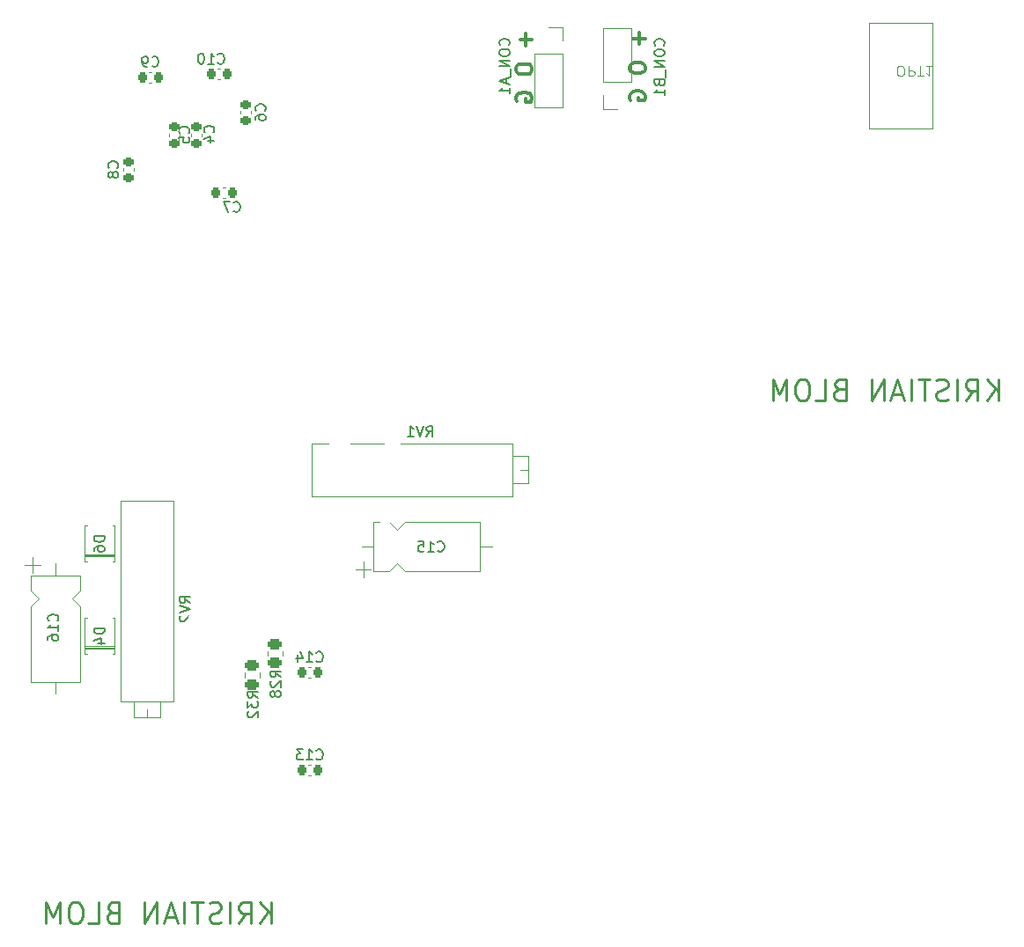
<source format=gbo>
G04 #@! TF.GenerationSoftware,KiCad,Pcbnew,7.0.8-7.0.8~ubuntu22.04.1*
G04 #@! TF.CreationDate,2023-11-03T15:42:22+01:00*
G04 #@! TF.ProjectId,hand,68616e64-2e6b-4696-9361-645f70636258,rev?*
G04 #@! TF.SameCoordinates,Original*
G04 #@! TF.FileFunction,Legend,Bot*
G04 #@! TF.FilePolarity,Positive*
%FSLAX46Y46*%
G04 Gerber Fmt 4.6, Leading zero omitted, Abs format (unit mm)*
G04 Created by KiCad (PCBNEW 7.0.8-7.0.8~ubuntu22.04.1) date 2023-11-03 15:42:22*
%MOMM*%
%LPD*%
G01*
G04 APERTURE LIST*
G04 Aperture macros list*
%AMRoundRect*
0 Rectangle with rounded corners*
0 $1 Rounding radius*
0 $2 $3 $4 $5 $6 $7 $8 $9 X,Y pos of 4 corners*
0 Add a 4 corners polygon primitive as box body*
4,1,4,$2,$3,$4,$5,$6,$7,$8,$9,$2,$3,0*
0 Add four circle primitives for the rounded corners*
1,1,$1+$1,$2,$3*
1,1,$1+$1,$4,$5*
1,1,$1+$1,$6,$7*
1,1,$1+$1,$8,$9*
0 Add four rect primitives between the rounded corners*
20,1,$1+$1,$2,$3,$4,$5,0*
20,1,$1+$1,$4,$5,$6,$7,0*
20,1,$1+$1,$6,$7,$8,$9,0*
20,1,$1+$1,$8,$9,$2,$3,0*%
G04 Aperture macros list end*
%ADD10C,0.250000*%
%ADD11C,0.300000*%
%ADD12C,0.150000*%
%ADD13C,0.100000*%
%ADD14C,0.120000*%
%ADD15R,2.000000X2.000000*%
%ADD16O,2.000000X2.000000*%
%ADD17O,3.500000X3.500000*%
%ADD18R,2.000000X1.905000*%
%ADD19O,2.000000X1.905000*%
%ADD20R,1.700000X1.700000*%
%ADD21O,1.700000X1.700000*%
%ADD22C,2.700000*%
%ADD23C,0.965200*%
%ADD24R,1.000000X1.000000*%
%ADD25O,1.000000X1.000000*%
%ADD26C,2.200000*%
%ADD27RoundRect,0.225000X-0.250000X0.225000X-0.250000X-0.225000X0.250000X-0.225000X0.250000X0.225000X0*%
%ADD28C,1.800000*%
%ADD29C,1.524000*%
%ADD30RoundRect,0.225000X-0.225000X-0.250000X0.225000X-0.250000X0.225000X0.250000X-0.225000X0.250000X0*%
%ADD31RoundRect,0.225000X0.225000X0.250000X-0.225000X0.250000X-0.225000X-0.250000X0.225000X-0.250000X0*%
%ADD32RoundRect,0.250000X0.450000X-0.262500X0.450000X0.262500X-0.450000X0.262500X-0.450000X-0.262500X0*%
%ADD33RoundRect,0.225000X0.250000X-0.225000X0.250000X0.225000X-0.250000X0.225000X-0.250000X-0.225000X0*%
G04 APERTURE END LIST*
D10*
X240159336Y-58642238D02*
X240159336Y-56642238D01*
X239016479Y-58642238D02*
X239873622Y-57499380D01*
X239016479Y-56642238D02*
X240159336Y-57785095D01*
X237016479Y-58642238D02*
X237683146Y-57689857D01*
X238159336Y-58642238D02*
X238159336Y-56642238D01*
X238159336Y-56642238D02*
X237397431Y-56642238D01*
X237397431Y-56642238D02*
X237206955Y-56737476D01*
X237206955Y-56737476D02*
X237111717Y-56832714D01*
X237111717Y-56832714D02*
X237016479Y-57023190D01*
X237016479Y-57023190D02*
X237016479Y-57308904D01*
X237016479Y-57308904D02*
X237111717Y-57499380D01*
X237111717Y-57499380D02*
X237206955Y-57594619D01*
X237206955Y-57594619D02*
X237397431Y-57689857D01*
X237397431Y-57689857D02*
X238159336Y-57689857D01*
X236159336Y-58642238D02*
X236159336Y-56642238D01*
X235302193Y-58547000D02*
X235016479Y-58642238D01*
X235016479Y-58642238D02*
X234540288Y-58642238D01*
X234540288Y-58642238D02*
X234349812Y-58547000D01*
X234349812Y-58547000D02*
X234254574Y-58451761D01*
X234254574Y-58451761D02*
X234159336Y-58261285D01*
X234159336Y-58261285D02*
X234159336Y-58070809D01*
X234159336Y-58070809D02*
X234254574Y-57880333D01*
X234254574Y-57880333D02*
X234349812Y-57785095D01*
X234349812Y-57785095D02*
X234540288Y-57689857D01*
X234540288Y-57689857D02*
X234921241Y-57594619D01*
X234921241Y-57594619D02*
X235111717Y-57499380D01*
X235111717Y-57499380D02*
X235206955Y-57404142D01*
X235206955Y-57404142D02*
X235302193Y-57213666D01*
X235302193Y-57213666D02*
X235302193Y-57023190D01*
X235302193Y-57023190D02*
X235206955Y-56832714D01*
X235206955Y-56832714D02*
X235111717Y-56737476D01*
X235111717Y-56737476D02*
X234921241Y-56642238D01*
X234921241Y-56642238D02*
X234445050Y-56642238D01*
X234445050Y-56642238D02*
X234159336Y-56737476D01*
X233587907Y-56642238D02*
X232445050Y-56642238D01*
X233016479Y-58642238D02*
X233016479Y-56642238D01*
X231778383Y-58642238D02*
X231778383Y-56642238D01*
X230921240Y-58070809D02*
X229968859Y-58070809D01*
X231111716Y-58642238D02*
X230445050Y-56642238D01*
X230445050Y-56642238D02*
X229778383Y-58642238D01*
X229111716Y-58642238D02*
X229111716Y-56642238D01*
X229111716Y-56642238D02*
X227968859Y-58642238D01*
X227968859Y-58642238D02*
X227968859Y-56642238D01*
X224826001Y-57594619D02*
X224540287Y-57689857D01*
X224540287Y-57689857D02*
X224445049Y-57785095D01*
X224445049Y-57785095D02*
X224349811Y-57975571D01*
X224349811Y-57975571D02*
X224349811Y-58261285D01*
X224349811Y-58261285D02*
X224445049Y-58451761D01*
X224445049Y-58451761D02*
X224540287Y-58547000D01*
X224540287Y-58547000D02*
X224730763Y-58642238D01*
X224730763Y-58642238D02*
X225492668Y-58642238D01*
X225492668Y-58642238D02*
X225492668Y-56642238D01*
X225492668Y-56642238D02*
X224826001Y-56642238D01*
X224826001Y-56642238D02*
X224635525Y-56737476D01*
X224635525Y-56737476D02*
X224540287Y-56832714D01*
X224540287Y-56832714D02*
X224445049Y-57023190D01*
X224445049Y-57023190D02*
X224445049Y-57213666D01*
X224445049Y-57213666D02*
X224540287Y-57404142D01*
X224540287Y-57404142D02*
X224635525Y-57499380D01*
X224635525Y-57499380D02*
X224826001Y-57594619D01*
X224826001Y-57594619D02*
X225492668Y-57594619D01*
X222540287Y-58642238D02*
X223492668Y-58642238D01*
X223492668Y-58642238D02*
X223492668Y-56642238D01*
X221492668Y-56642238D02*
X221111715Y-56642238D01*
X221111715Y-56642238D02*
X220921239Y-56737476D01*
X220921239Y-56737476D02*
X220730763Y-56927952D01*
X220730763Y-56927952D02*
X220635525Y-57308904D01*
X220635525Y-57308904D02*
X220635525Y-57975571D01*
X220635525Y-57975571D02*
X220730763Y-58356523D01*
X220730763Y-58356523D02*
X220921239Y-58547000D01*
X220921239Y-58547000D02*
X221111715Y-58642238D01*
X221111715Y-58642238D02*
X221492668Y-58642238D01*
X221492668Y-58642238D02*
X221683144Y-58547000D01*
X221683144Y-58547000D02*
X221873620Y-58356523D01*
X221873620Y-58356523D02*
X221968858Y-57975571D01*
X221968858Y-57975571D02*
X221968858Y-57308904D01*
X221968858Y-57308904D02*
X221873620Y-56927952D01*
X221873620Y-56927952D02*
X221683144Y-56737476D01*
X221683144Y-56737476D02*
X221492668Y-56642238D01*
X219778382Y-58642238D02*
X219778382Y-56642238D01*
X219778382Y-56642238D02*
X219111715Y-58070809D01*
X219111715Y-58070809D02*
X218445049Y-56642238D01*
X218445049Y-56642238D02*
X218445049Y-58642238D01*
X170259336Y-108942238D02*
X170259336Y-106942238D01*
X169116479Y-108942238D02*
X169973622Y-107799380D01*
X169116479Y-106942238D02*
X170259336Y-108085095D01*
X167116479Y-108942238D02*
X167783146Y-107989857D01*
X168259336Y-108942238D02*
X168259336Y-106942238D01*
X168259336Y-106942238D02*
X167497431Y-106942238D01*
X167497431Y-106942238D02*
X167306955Y-107037476D01*
X167306955Y-107037476D02*
X167211717Y-107132714D01*
X167211717Y-107132714D02*
X167116479Y-107323190D01*
X167116479Y-107323190D02*
X167116479Y-107608904D01*
X167116479Y-107608904D02*
X167211717Y-107799380D01*
X167211717Y-107799380D02*
X167306955Y-107894619D01*
X167306955Y-107894619D02*
X167497431Y-107989857D01*
X167497431Y-107989857D02*
X168259336Y-107989857D01*
X166259336Y-108942238D02*
X166259336Y-106942238D01*
X165402193Y-108847000D02*
X165116479Y-108942238D01*
X165116479Y-108942238D02*
X164640288Y-108942238D01*
X164640288Y-108942238D02*
X164449812Y-108847000D01*
X164449812Y-108847000D02*
X164354574Y-108751761D01*
X164354574Y-108751761D02*
X164259336Y-108561285D01*
X164259336Y-108561285D02*
X164259336Y-108370809D01*
X164259336Y-108370809D02*
X164354574Y-108180333D01*
X164354574Y-108180333D02*
X164449812Y-108085095D01*
X164449812Y-108085095D02*
X164640288Y-107989857D01*
X164640288Y-107989857D02*
X165021241Y-107894619D01*
X165021241Y-107894619D02*
X165211717Y-107799380D01*
X165211717Y-107799380D02*
X165306955Y-107704142D01*
X165306955Y-107704142D02*
X165402193Y-107513666D01*
X165402193Y-107513666D02*
X165402193Y-107323190D01*
X165402193Y-107323190D02*
X165306955Y-107132714D01*
X165306955Y-107132714D02*
X165211717Y-107037476D01*
X165211717Y-107037476D02*
X165021241Y-106942238D01*
X165021241Y-106942238D02*
X164545050Y-106942238D01*
X164545050Y-106942238D02*
X164259336Y-107037476D01*
X163687907Y-106942238D02*
X162545050Y-106942238D01*
X163116479Y-108942238D02*
X163116479Y-106942238D01*
X161878383Y-108942238D02*
X161878383Y-106942238D01*
X161021240Y-108370809D02*
X160068859Y-108370809D01*
X161211716Y-108942238D02*
X160545050Y-106942238D01*
X160545050Y-106942238D02*
X159878383Y-108942238D01*
X159211716Y-108942238D02*
X159211716Y-106942238D01*
X159211716Y-106942238D02*
X158068859Y-108942238D01*
X158068859Y-108942238D02*
X158068859Y-106942238D01*
X154926001Y-107894619D02*
X154640287Y-107989857D01*
X154640287Y-107989857D02*
X154545049Y-108085095D01*
X154545049Y-108085095D02*
X154449811Y-108275571D01*
X154449811Y-108275571D02*
X154449811Y-108561285D01*
X154449811Y-108561285D02*
X154545049Y-108751761D01*
X154545049Y-108751761D02*
X154640287Y-108847000D01*
X154640287Y-108847000D02*
X154830763Y-108942238D01*
X154830763Y-108942238D02*
X155592668Y-108942238D01*
X155592668Y-108942238D02*
X155592668Y-106942238D01*
X155592668Y-106942238D02*
X154926001Y-106942238D01*
X154926001Y-106942238D02*
X154735525Y-107037476D01*
X154735525Y-107037476D02*
X154640287Y-107132714D01*
X154640287Y-107132714D02*
X154545049Y-107323190D01*
X154545049Y-107323190D02*
X154545049Y-107513666D01*
X154545049Y-107513666D02*
X154640287Y-107704142D01*
X154640287Y-107704142D02*
X154735525Y-107799380D01*
X154735525Y-107799380D02*
X154926001Y-107894619D01*
X154926001Y-107894619D02*
X155592668Y-107894619D01*
X152640287Y-108942238D02*
X153592668Y-108942238D01*
X153592668Y-108942238D02*
X153592668Y-106942238D01*
X151592668Y-106942238D02*
X151211715Y-106942238D01*
X151211715Y-106942238D02*
X151021239Y-107037476D01*
X151021239Y-107037476D02*
X150830763Y-107227952D01*
X150830763Y-107227952D02*
X150735525Y-107608904D01*
X150735525Y-107608904D02*
X150735525Y-108275571D01*
X150735525Y-108275571D02*
X150830763Y-108656523D01*
X150830763Y-108656523D02*
X151021239Y-108847000D01*
X151021239Y-108847000D02*
X151211715Y-108942238D01*
X151211715Y-108942238D02*
X151592668Y-108942238D01*
X151592668Y-108942238D02*
X151783144Y-108847000D01*
X151783144Y-108847000D02*
X151973620Y-108656523D01*
X151973620Y-108656523D02*
X152068858Y-108275571D01*
X152068858Y-108275571D02*
X152068858Y-107608904D01*
X152068858Y-107608904D02*
X151973620Y-107227952D01*
X151973620Y-107227952D02*
X151783144Y-107037476D01*
X151783144Y-107037476D02*
X151592668Y-106942238D01*
X149878382Y-108942238D02*
X149878382Y-106942238D01*
X149878382Y-106942238D02*
X149211715Y-108370809D01*
X149211715Y-108370809D02*
X148545049Y-106942238D01*
X148545049Y-106942238D02*
X148545049Y-108942238D01*
D11*
X205629400Y-23254510D02*
X205629400Y-24397368D01*
X206200828Y-23825939D02*
X205057971Y-23825939D01*
X204700828Y-26540225D02*
X204700828Y-26825939D01*
X204700828Y-26825939D02*
X204772257Y-26968796D01*
X204772257Y-26968796D02*
X204915114Y-27111653D01*
X204915114Y-27111653D02*
X205200828Y-27183082D01*
X205200828Y-27183082D02*
X205700828Y-27183082D01*
X205700828Y-27183082D02*
X205986542Y-27111653D01*
X205986542Y-27111653D02*
X206129400Y-26968796D01*
X206129400Y-26968796D02*
X206200828Y-26825939D01*
X206200828Y-26825939D02*
X206200828Y-26540225D01*
X206200828Y-26540225D02*
X206129400Y-26397368D01*
X206129400Y-26397368D02*
X205986542Y-26254510D01*
X205986542Y-26254510D02*
X205700828Y-26183082D01*
X205700828Y-26183082D02*
X205200828Y-26183082D01*
X205200828Y-26183082D02*
X204915114Y-26254510D01*
X204915114Y-26254510D02*
X204772257Y-26397368D01*
X204772257Y-26397368D02*
X204700828Y-26540225D01*
X204772257Y-29754511D02*
X204700828Y-29611654D01*
X204700828Y-29611654D02*
X204700828Y-29397368D01*
X204700828Y-29397368D02*
X204772257Y-29183082D01*
X204772257Y-29183082D02*
X204915114Y-29040225D01*
X204915114Y-29040225D02*
X205057971Y-28968796D01*
X205057971Y-28968796D02*
X205343685Y-28897368D01*
X205343685Y-28897368D02*
X205557971Y-28897368D01*
X205557971Y-28897368D02*
X205843685Y-28968796D01*
X205843685Y-28968796D02*
X205986542Y-29040225D01*
X205986542Y-29040225D02*
X206129400Y-29183082D01*
X206129400Y-29183082D02*
X206200828Y-29397368D01*
X206200828Y-29397368D02*
X206200828Y-29540225D01*
X206200828Y-29540225D02*
X206129400Y-29754511D01*
X206129400Y-29754511D02*
X206057971Y-29825939D01*
X206057971Y-29825939D02*
X205557971Y-29825939D01*
X205557971Y-29825939D02*
X205557971Y-29540225D01*
X194729400Y-23354510D02*
X194729400Y-24497368D01*
X195300828Y-23925939D02*
X194157971Y-23925939D01*
X193800828Y-26640225D02*
X193800828Y-26925939D01*
X193800828Y-26925939D02*
X193872257Y-27068796D01*
X193872257Y-27068796D02*
X194015114Y-27211653D01*
X194015114Y-27211653D02*
X194300828Y-27283082D01*
X194300828Y-27283082D02*
X194800828Y-27283082D01*
X194800828Y-27283082D02*
X195086542Y-27211653D01*
X195086542Y-27211653D02*
X195229400Y-27068796D01*
X195229400Y-27068796D02*
X195300828Y-26925939D01*
X195300828Y-26925939D02*
X195300828Y-26640225D01*
X195300828Y-26640225D02*
X195229400Y-26497368D01*
X195229400Y-26497368D02*
X195086542Y-26354510D01*
X195086542Y-26354510D02*
X194800828Y-26283082D01*
X194800828Y-26283082D02*
X194300828Y-26283082D01*
X194300828Y-26283082D02*
X194015114Y-26354510D01*
X194015114Y-26354510D02*
X193872257Y-26497368D01*
X193872257Y-26497368D02*
X193800828Y-26640225D01*
X193872257Y-29854511D02*
X193800828Y-29711654D01*
X193800828Y-29711654D02*
X193800828Y-29497368D01*
X193800828Y-29497368D02*
X193872257Y-29283082D01*
X193872257Y-29283082D02*
X194015114Y-29140225D01*
X194015114Y-29140225D02*
X194157971Y-29068796D01*
X194157971Y-29068796D02*
X194443685Y-28997368D01*
X194443685Y-28997368D02*
X194657971Y-28997368D01*
X194657971Y-28997368D02*
X194943685Y-29068796D01*
X194943685Y-29068796D02*
X195086542Y-29140225D01*
X195086542Y-29140225D02*
X195229400Y-29283082D01*
X195229400Y-29283082D02*
X195300828Y-29497368D01*
X195300828Y-29497368D02*
X195300828Y-29640225D01*
X195300828Y-29640225D02*
X195229400Y-29854511D01*
X195229400Y-29854511D02*
X195157971Y-29925939D01*
X195157971Y-29925939D02*
X194657971Y-29925939D01*
X194657971Y-29925939D02*
X194657971Y-29640225D01*
D12*
X154179819Y-71701905D02*
X153179819Y-71701905D01*
X153179819Y-71701905D02*
X153179819Y-71940000D01*
X153179819Y-71940000D02*
X153227438Y-72082857D01*
X153227438Y-72082857D02*
X153322676Y-72178095D01*
X153322676Y-72178095D02*
X153417914Y-72225714D01*
X153417914Y-72225714D02*
X153608390Y-72273333D01*
X153608390Y-72273333D02*
X153751247Y-72273333D01*
X153751247Y-72273333D02*
X153941723Y-72225714D01*
X153941723Y-72225714D02*
X154036961Y-72178095D01*
X154036961Y-72178095D02*
X154132200Y-72082857D01*
X154132200Y-72082857D02*
X154179819Y-71940000D01*
X154179819Y-71940000D02*
X154179819Y-71701905D01*
X153179819Y-73130476D02*
X153179819Y-72940000D01*
X153179819Y-72940000D02*
X153227438Y-72844762D01*
X153227438Y-72844762D02*
X153275057Y-72797143D01*
X153275057Y-72797143D02*
X153417914Y-72701905D01*
X153417914Y-72701905D02*
X153608390Y-72654286D01*
X153608390Y-72654286D02*
X153989342Y-72654286D01*
X153989342Y-72654286D02*
X154084580Y-72701905D01*
X154084580Y-72701905D02*
X154132200Y-72749524D01*
X154132200Y-72749524D02*
X154179819Y-72844762D01*
X154179819Y-72844762D02*
X154179819Y-73035238D01*
X154179819Y-73035238D02*
X154132200Y-73130476D01*
X154132200Y-73130476D02*
X154084580Y-73178095D01*
X154084580Y-73178095D02*
X153989342Y-73225714D01*
X153989342Y-73225714D02*
X153751247Y-73225714D01*
X153751247Y-73225714D02*
X153656009Y-73178095D01*
X153656009Y-73178095D02*
X153608390Y-73130476D01*
X153608390Y-73130476D02*
X153560771Y-73035238D01*
X153560771Y-73035238D02*
X153560771Y-72844762D01*
X153560771Y-72844762D02*
X153608390Y-72749524D01*
X153608390Y-72749524D02*
X153656009Y-72701905D01*
X153656009Y-72701905D02*
X153751247Y-72654286D01*
X164659580Y-32858333D02*
X164707200Y-32810714D01*
X164707200Y-32810714D02*
X164754819Y-32667857D01*
X164754819Y-32667857D02*
X164754819Y-32572619D01*
X164754819Y-32572619D02*
X164707200Y-32429762D01*
X164707200Y-32429762D02*
X164611961Y-32334524D01*
X164611961Y-32334524D02*
X164516723Y-32286905D01*
X164516723Y-32286905D02*
X164326247Y-32239286D01*
X164326247Y-32239286D02*
X164183390Y-32239286D01*
X164183390Y-32239286D02*
X163992914Y-32286905D01*
X163992914Y-32286905D02*
X163897676Y-32334524D01*
X163897676Y-32334524D02*
X163802438Y-32429762D01*
X163802438Y-32429762D02*
X163754819Y-32572619D01*
X163754819Y-32572619D02*
X163754819Y-32667857D01*
X163754819Y-32667857D02*
X163802438Y-32810714D01*
X163802438Y-32810714D02*
X163850057Y-32858333D01*
X164088152Y-33715476D02*
X164754819Y-33715476D01*
X163707200Y-33477381D02*
X164421485Y-33239286D01*
X164421485Y-33239286D02*
X164421485Y-33858333D01*
X162414819Y-78139761D02*
X161938628Y-77806428D01*
X162414819Y-77568333D02*
X161414819Y-77568333D01*
X161414819Y-77568333D02*
X161414819Y-77949285D01*
X161414819Y-77949285D02*
X161462438Y-78044523D01*
X161462438Y-78044523D02*
X161510057Y-78092142D01*
X161510057Y-78092142D02*
X161605295Y-78139761D01*
X161605295Y-78139761D02*
X161748152Y-78139761D01*
X161748152Y-78139761D02*
X161843390Y-78092142D01*
X161843390Y-78092142D02*
X161891009Y-78044523D01*
X161891009Y-78044523D02*
X161938628Y-77949285D01*
X161938628Y-77949285D02*
X161938628Y-77568333D01*
X161414819Y-78425476D02*
X162414819Y-78758809D01*
X162414819Y-78758809D02*
X161414819Y-79092142D01*
X161510057Y-79377857D02*
X161462438Y-79425476D01*
X161462438Y-79425476D02*
X161414819Y-79520714D01*
X161414819Y-79520714D02*
X161414819Y-79758809D01*
X161414819Y-79758809D02*
X161462438Y-79854047D01*
X161462438Y-79854047D02*
X161510057Y-79901666D01*
X161510057Y-79901666D02*
X161605295Y-79949285D01*
X161605295Y-79949285D02*
X161700533Y-79949285D01*
X161700533Y-79949285D02*
X161843390Y-79901666D01*
X161843390Y-79901666D02*
X162414819Y-79330238D01*
X162414819Y-79330238D02*
X162414819Y-79949285D01*
X207959580Y-24504761D02*
X208007200Y-24457142D01*
X208007200Y-24457142D02*
X208054819Y-24314285D01*
X208054819Y-24314285D02*
X208054819Y-24219047D01*
X208054819Y-24219047D02*
X208007200Y-24076190D01*
X208007200Y-24076190D02*
X207911961Y-23980952D01*
X207911961Y-23980952D02*
X207816723Y-23933333D01*
X207816723Y-23933333D02*
X207626247Y-23885714D01*
X207626247Y-23885714D02*
X207483390Y-23885714D01*
X207483390Y-23885714D02*
X207292914Y-23933333D01*
X207292914Y-23933333D02*
X207197676Y-23980952D01*
X207197676Y-23980952D02*
X207102438Y-24076190D01*
X207102438Y-24076190D02*
X207054819Y-24219047D01*
X207054819Y-24219047D02*
X207054819Y-24314285D01*
X207054819Y-24314285D02*
X207102438Y-24457142D01*
X207102438Y-24457142D02*
X207150057Y-24504761D01*
X207054819Y-25123809D02*
X207054819Y-25314285D01*
X207054819Y-25314285D02*
X207102438Y-25409523D01*
X207102438Y-25409523D02*
X207197676Y-25504761D01*
X207197676Y-25504761D02*
X207388152Y-25552380D01*
X207388152Y-25552380D02*
X207721485Y-25552380D01*
X207721485Y-25552380D02*
X207911961Y-25504761D01*
X207911961Y-25504761D02*
X208007200Y-25409523D01*
X208007200Y-25409523D02*
X208054819Y-25314285D01*
X208054819Y-25314285D02*
X208054819Y-25123809D01*
X208054819Y-25123809D02*
X208007200Y-25028571D01*
X208007200Y-25028571D02*
X207911961Y-24933333D01*
X207911961Y-24933333D02*
X207721485Y-24885714D01*
X207721485Y-24885714D02*
X207388152Y-24885714D01*
X207388152Y-24885714D02*
X207197676Y-24933333D01*
X207197676Y-24933333D02*
X207102438Y-25028571D01*
X207102438Y-25028571D02*
X207054819Y-25123809D01*
X208054819Y-25980952D02*
X207054819Y-25980952D01*
X207054819Y-25980952D02*
X208054819Y-26552380D01*
X208054819Y-26552380D02*
X207054819Y-26552380D01*
X208150057Y-26790476D02*
X208150057Y-27552380D01*
X207531009Y-28123809D02*
X207578628Y-28266666D01*
X207578628Y-28266666D02*
X207626247Y-28314285D01*
X207626247Y-28314285D02*
X207721485Y-28361904D01*
X207721485Y-28361904D02*
X207864342Y-28361904D01*
X207864342Y-28361904D02*
X207959580Y-28314285D01*
X207959580Y-28314285D02*
X208007200Y-28266666D01*
X208007200Y-28266666D02*
X208054819Y-28171428D01*
X208054819Y-28171428D02*
X208054819Y-27790476D01*
X208054819Y-27790476D02*
X207054819Y-27790476D01*
X207054819Y-27790476D02*
X207054819Y-28123809D01*
X207054819Y-28123809D02*
X207102438Y-28219047D01*
X207102438Y-28219047D02*
X207150057Y-28266666D01*
X207150057Y-28266666D02*
X207245295Y-28314285D01*
X207245295Y-28314285D02*
X207340533Y-28314285D01*
X207340533Y-28314285D02*
X207435771Y-28266666D01*
X207435771Y-28266666D02*
X207483390Y-28219047D01*
X207483390Y-28219047D02*
X207531009Y-28123809D01*
X207531009Y-28123809D02*
X207531009Y-27790476D01*
X208054819Y-29314285D02*
X208054819Y-28742857D01*
X208054819Y-29028571D02*
X207054819Y-29028571D01*
X207054819Y-29028571D02*
X207197676Y-28933333D01*
X207197676Y-28933333D02*
X207292914Y-28838095D01*
X207292914Y-28838095D02*
X207340533Y-28742857D01*
D13*
X230647619Y-27455080D02*
X230838095Y-27455080D01*
X230838095Y-27455080D02*
X230933333Y-27407461D01*
X230933333Y-27407461D02*
X231028571Y-27312223D01*
X231028571Y-27312223D02*
X231076190Y-27121747D01*
X231076190Y-27121747D02*
X231076190Y-26788414D01*
X231076190Y-26788414D02*
X231028571Y-26597938D01*
X231028571Y-26597938D02*
X230933333Y-26502700D01*
X230933333Y-26502700D02*
X230838095Y-26455080D01*
X230838095Y-26455080D02*
X230647619Y-26455080D01*
X230647619Y-26455080D02*
X230552381Y-26502700D01*
X230552381Y-26502700D02*
X230457143Y-26597938D01*
X230457143Y-26597938D02*
X230409524Y-26788414D01*
X230409524Y-26788414D02*
X230409524Y-27121747D01*
X230409524Y-27121747D02*
X230457143Y-27312223D01*
X230457143Y-27312223D02*
X230552381Y-27407461D01*
X230552381Y-27407461D02*
X230647619Y-27455080D01*
X231504762Y-26455080D02*
X231504762Y-27455080D01*
X231504762Y-27455080D02*
X231885714Y-27455080D01*
X231885714Y-27455080D02*
X231980952Y-27407461D01*
X231980952Y-27407461D02*
X232028571Y-27359842D01*
X232028571Y-27359842D02*
X232076190Y-27264604D01*
X232076190Y-27264604D02*
X232076190Y-27121747D01*
X232076190Y-27121747D02*
X232028571Y-27026509D01*
X232028571Y-27026509D02*
X231980952Y-26978890D01*
X231980952Y-26978890D02*
X231885714Y-26931271D01*
X231885714Y-26931271D02*
X231504762Y-26931271D01*
X232361905Y-27455080D02*
X232933333Y-27455080D01*
X232647619Y-26455080D02*
X232647619Y-27455080D01*
X233790476Y-26455080D02*
X233219048Y-26455080D01*
X233504762Y-26455080D02*
X233504762Y-27455080D01*
X233504762Y-27455080D02*
X233409524Y-27312223D01*
X233409524Y-27312223D02*
X233314286Y-27216985D01*
X233314286Y-27216985D02*
X233219048Y-27169366D01*
D12*
X166616666Y-40439580D02*
X166664285Y-40487200D01*
X166664285Y-40487200D02*
X166807142Y-40534819D01*
X166807142Y-40534819D02*
X166902380Y-40534819D01*
X166902380Y-40534819D02*
X167045237Y-40487200D01*
X167045237Y-40487200D02*
X167140475Y-40391961D01*
X167140475Y-40391961D02*
X167188094Y-40296723D01*
X167188094Y-40296723D02*
X167235713Y-40106247D01*
X167235713Y-40106247D02*
X167235713Y-39963390D01*
X167235713Y-39963390D02*
X167188094Y-39772914D01*
X167188094Y-39772914D02*
X167140475Y-39677676D01*
X167140475Y-39677676D02*
X167045237Y-39582438D01*
X167045237Y-39582438D02*
X166902380Y-39534819D01*
X166902380Y-39534819D02*
X166807142Y-39534819D01*
X166807142Y-39534819D02*
X166664285Y-39582438D01*
X166664285Y-39582438D02*
X166616666Y-39630057D01*
X166283332Y-39534819D02*
X165616666Y-39534819D01*
X165616666Y-39534819D02*
X166045237Y-40534819D01*
X174567857Y-93129580D02*
X174615476Y-93177200D01*
X174615476Y-93177200D02*
X174758333Y-93224819D01*
X174758333Y-93224819D02*
X174853571Y-93224819D01*
X174853571Y-93224819D02*
X174996428Y-93177200D01*
X174996428Y-93177200D02*
X175091666Y-93081961D01*
X175091666Y-93081961D02*
X175139285Y-92986723D01*
X175139285Y-92986723D02*
X175186904Y-92796247D01*
X175186904Y-92796247D02*
X175186904Y-92653390D01*
X175186904Y-92653390D02*
X175139285Y-92462914D01*
X175139285Y-92462914D02*
X175091666Y-92367676D01*
X175091666Y-92367676D02*
X174996428Y-92272438D01*
X174996428Y-92272438D02*
X174853571Y-92224819D01*
X174853571Y-92224819D02*
X174758333Y-92224819D01*
X174758333Y-92224819D02*
X174615476Y-92272438D01*
X174615476Y-92272438D02*
X174567857Y-92320057D01*
X173615476Y-93224819D02*
X174186904Y-93224819D01*
X173901190Y-93224819D02*
X173901190Y-92224819D01*
X173901190Y-92224819D02*
X173996428Y-92367676D01*
X173996428Y-92367676D02*
X174091666Y-92462914D01*
X174091666Y-92462914D02*
X174186904Y-92510533D01*
X173282142Y-92224819D02*
X172663095Y-92224819D01*
X172663095Y-92224819D02*
X172996428Y-92605771D01*
X172996428Y-92605771D02*
X172853571Y-92605771D01*
X172853571Y-92605771D02*
X172758333Y-92653390D01*
X172758333Y-92653390D02*
X172710714Y-92701009D01*
X172710714Y-92701009D02*
X172663095Y-92796247D01*
X172663095Y-92796247D02*
X172663095Y-93034342D01*
X172663095Y-93034342D02*
X172710714Y-93129580D01*
X172710714Y-93129580D02*
X172758333Y-93177200D01*
X172758333Y-93177200D02*
X172853571Y-93224819D01*
X172853571Y-93224819D02*
X173139285Y-93224819D01*
X173139285Y-93224819D02*
X173234523Y-93177200D01*
X173234523Y-93177200D02*
X173282142Y-93129580D01*
X162259580Y-32933333D02*
X162307200Y-32885714D01*
X162307200Y-32885714D02*
X162354819Y-32742857D01*
X162354819Y-32742857D02*
X162354819Y-32647619D01*
X162354819Y-32647619D02*
X162307200Y-32504762D01*
X162307200Y-32504762D02*
X162211961Y-32409524D01*
X162211961Y-32409524D02*
X162116723Y-32361905D01*
X162116723Y-32361905D02*
X161926247Y-32314286D01*
X161926247Y-32314286D02*
X161783390Y-32314286D01*
X161783390Y-32314286D02*
X161592914Y-32361905D01*
X161592914Y-32361905D02*
X161497676Y-32409524D01*
X161497676Y-32409524D02*
X161402438Y-32504762D01*
X161402438Y-32504762D02*
X161354819Y-32647619D01*
X161354819Y-32647619D02*
X161354819Y-32742857D01*
X161354819Y-32742857D02*
X161402438Y-32885714D01*
X161402438Y-32885714D02*
X161450057Y-32933333D01*
X161354819Y-33838095D02*
X161354819Y-33361905D01*
X161354819Y-33361905D02*
X161831009Y-33314286D01*
X161831009Y-33314286D02*
X161783390Y-33361905D01*
X161783390Y-33361905D02*
X161735771Y-33457143D01*
X161735771Y-33457143D02*
X161735771Y-33695238D01*
X161735771Y-33695238D02*
X161783390Y-33790476D01*
X161783390Y-33790476D02*
X161831009Y-33838095D01*
X161831009Y-33838095D02*
X161926247Y-33885714D01*
X161926247Y-33885714D02*
X162164342Y-33885714D01*
X162164342Y-33885714D02*
X162259580Y-33838095D01*
X162259580Y-33838095D02*
X162307200Y-33790476D01*
X162307200Y-33790476D02*
X162354819Y-33695238D01*
X162354819Y-33695238D02*
X162354819Y-33457143D01*
X162354819Y-33457143D02*
X162307200Y-33361905D01*
X162307200Y-33361905D02*
X162259580Y-33314286D01*
X193059580Y-24476190D02*
X193107200Y-24428571D01*
X193107200Y-24428571D02*
X193154819Y-24285714D01*
X193154819Y-24285714D02*
X193154819Y-24190476D01*
X193154819Y-24190476D02*
X193107200Y-24047619D01*
X193107200Y-24047619D02*
X193011961Y-23952381D01*
X193011961Y-23952381D02*
X192916723Y-23904762D01*
X192916723Y-23904762D02*
X192726247Y-23857143D01*
X192726247Y-23857143D02*
X192583390Y-23857143D01*
X192583390Y-23857143D02*
X192392914Y-23904762D01*
X192392914Y-23904762D02*
X192297676Y-23952381D01*
X192297676Y-23952381D02*
X192202438Y-24047619D01*
X192202438Y-24047619D02*
X192154819Y-24190476D01*
X192154819Y-24190476D02*
X192154819Y-24285714D01*
X192154819Y-24285714D02*
X192202438Y-24428571D01*
X192202438Y-24428571D02*
X192250057Y-24476190D01*
X192154819Y-25095238D02*
X192154819Y-25285714D01*
X192154819Y-25285714D02*
X192202438Y-25380952D01*
X192202438Y-25380952D02*
X192297676Y-25476190D01*
X192297676Y-25476190D02*
X192488152Y-25523809D01*
X192488152Y-25523809D02*
X192821485Y-25523809D01*
X192821485Y-25523809D02*
X193011961Y-25476190D01*
X193011961Y-25476190D02*
X193107200Y-25380952D01*
X193107200Y-25380952D02*
X193154819Y-25285714D01*
X193154819Y-25285714D02*
X193154819Y-25095238D01*
X193154819Y-25095238D02*
X193107200Y-25000000D01*
X193107200Y-25000000D02*
X193011961Y-24904762D01*
X193011961Y-24904762D02*
X192821485Y-24857143D01*
X192821485Y-24857143D02*
X192488152Y-24857143D01*
X192488152Y-24857143D02*
X192297676Y-24904762D01*
X192297676Y-24904762D02*
X192202438Y-25000000D01*
X192202438Y-25000000D02*
X192154819Y-25095238D01*
X193154819Y-25952381D02*
X192154819Y-25952381D01*
X192154819Y-25952381D02*
X193154819Y-26523809D01*
X193154819Y-26523809D02*
X192154819Y-26523809D01*
X193250057Y-26761905D02*
X193250057Y-27523809D01*
X192869104Y-27714286D02*
X192869104Y-28190476D01*
X193154819Y-27619048D02*
X192154819Y-27952381D01*
X192154819Y-27952381D02*
X193154819Y-28285714D01*
X193154819Y-29142857D02*
X193154819Y-28571429D01*
X193154819Y-28857143D02*
X192154819Y-28857143D01*
X192154819Y-28857143D02*
X192297676Y-28761905D01*
X192297676Y-28761905D02*
X192392914Y-28666667D01*
X192392914Y-28666667D02*
X192440533Y-28571429D01*
X174567857Y-83729580D02*
X174615476Y-83777200D01*
X174615476Y-83777200D02*
X174758333Y-83824819D01*
X174758333Y-83824819D02*
X174853571Y-83824819D01*
X174853571Y-83824819D02*
X174996428Y-83777200D01*
X174996428Y-83777200D02*
X175091666Y-83681961D01*
X175091666Y-83681961D02*
X175139285Y-83586723D01*
X175139285Y-83586723D02*
X175186904Y-83396247D01*
X175186904Y-83396247D02*
X175186904Y-83253390D01*
X175186904Y-83253390D02*
X175139285Y-83062914D01*
X175139285Y-83062914D02*
X175091666Y-82967676D01*
X175091666Y-82967676D02*
X174996428Y-82872438D01*
X174996428Y-82872438D02*
X174853571Y-82824819D01*
X174853571Y-82824819D02*
X174758333Y-82824819D01*
X174758333Y-82824819D02*
X174615476Y-82872438D01*
X174615476Y-82872438D02*
X174567857Y-82920057D01*
X173615476Y-83824819D02*
X174186904Y-83824819D01*
X173901190Y-83824819D02*
X173901190Y-82824819D01*
X173901190Y-82824819D02*
X173996428Y-82967676D01*
X173996428Y-82967676D02*
X174091666Y-83062914D01*
X174091666Y-83062914D02*
X174186904Y-83110533D01*
X172758333Y-83158152D02*
X172758333Y-83824819D01*
X172996428Y-82777200D02*
X173234523Y-83491485D01*
X173234523Y-83491485D02*
X172615476Y-83491485D01*
X165092857Y-26179580D02*
X165140476Y-26227200D01*
X165140476Y-26227200D02*
X165283333Y-26274819D01*
X165283333Y-26274819D02*
X165378571Y-26274819D01*
X165378571Y-26274819D02*
X165521428Y-26227200D01*
X165521428Y-26227200D02*
X165616666Y-26131961D01*
X165616666Y-26131961D02*
X165664285Y-26036723D01*
X165664285Y-26036723D02*
X165711904Y-25846247D01*
X165711904Y-25846247D02*
X165711904Y-25703390D01*
X165711904Y-25703390D02*
X165664285Y-25512914D01*
X165664285Y-25512914D02*
X165616666Y-25417676D01*
X165616666Y-25417676D02*
X165521428Y-25322438D01*
X165521428Y-25322438D02*
X165378571Y-25274819D01*
X165378571Y-25274819D02*
X165283333Y-25274819D01*
X165283333Y-25274819D02*
X165140476Y-25322438D01*
X165140476Y-25322438D02*
X165092857Y-25370057D01*
X164140476Y-26274819D02*
X164711904Y-26274819D01*
X164426190Y-26274819D02*
X164426190Y-25274819D01*
X164426190Y-25274819D02*
X164521428Y-25417676D01*
X164521428Y-25417676D02*
X164616666Y-25512914D01*
X164616666Y-25512914D02*
X164711904Y-25560533D01*
X163521428Y-25274819D02*
X163426190Y-25274819D01*
X163426190Y-25274819D02*
X163330952Y-25322438D01*
X163330952Y-25322438D02*
X163283333Y-25370057D01*
X163283333Y-25370057D02*
X163235714Y-25465295D01*
X163235714Y-25465295D02*
X163188095Y-25655771D01*
X163188095Y-25655771D02*
X163188095Y-25893866D01*
X163188095Y-25893866D02*
X163235714Y-26084342D01*
X163235714Y-26084342D02*
X163283333Y-26179580D01*
X163283333Y-26179580D02*
X163330952Y-26227200D01*
X163330952Y-26227200D02*
X163426190Y-26274819D01*
X163426190Y-26274819D02*
X163521428Y-26274819D01*
X163521428Y-26274819D02*
X163616666Y-26227200D01*
X163616666Y-26227200D02*
X163664285Y-26179580D01*
X163664285Y-26179580D02*
X163711904Y-26084342D01*
X163711904Y-26084342D02*
X163759523Y-25893866D01*
X163759523Y-25893866D02*
X163759523Y-25655771D01*
X163759523Y-25655771D02*
X163711904Y-25465295D01*
X163711904Y-25465295D02*
X163664285Y-25370057D01*
X163664285Y-25370057D02*
X163616666Y-25322438D01*
X163616666Y-25322438D02*
X163521428Y-25274819D01*
X171154819Y-85269642D02*
X170678628Y-84936309D01*
X171154819Y-84698214D02*
X170154819Y-84698214D01*
X170154819Y-84698214D02*
X170154819Y-85079166D01*
X170154819Y-85079166D02*
X170202438Y-85174404D01*
X170202438Y-85174404D02*
X170250057Y-85222023D01*
X170250057Y-85222023D02*
X170345295Y-85269642D01*
X170345295Y-85269642D02*
X170488152Y-85269642D01*
X170488152Y-85269642D02*
X170583390Y-85222023D01*
X170583390Y-85222023D02*
X170631009Y-85174404D01*
X170631009Y-85174404D02*
X170678628Y-85079166D01*
X170678628Y-85079166D02*
X170678628Y-84698214D01*
X170250057Y-85650595D02*
X170202438Y-85698214D01*
X170202438Y-85698214D02*
X170154819Y-85793452D01*
X170154819Y-85793452D02*
X170154819Y-86031547D01*
X170154819Y-86031547D02*
X170202438Y-86126785D01*
X170202438Y-86126785D02*
X170250057Y-86174404D01*
X170250057Y-86174404D02*
X170345295Y-86222023D01*
X170345295Y-86222023D02*
X170440533Y-86222023D01*
X170440533Y-86222023D02*
X170583390Y-86174404D01*
X170583390Y-86174404D02*
X171154819Y-85602976D01*
X171154819Y-85602976D02*
X171154819Y-86222023D01*
X170583390Y-86793452D02*
X170535771Y-86698214D01*
X170535771Y-86698214D02*
X170488152Y-86650595D01*
X170488152Y-86650595D02*
X170392914Y-86602976D01*
X170392914Y-86602976D02*
X170345295Y-86602976D01*
X170345295Y-86602976D02*
X170250057Y-86650595D01*
X170250057Y-86650595D02*
X170202438Y-86698214D01*
X170202438Y-86698214D02*
X170154819Y-86793452D01*
X170154819Y-86793452D02*
X170154819Y-86983928D01*
X170154819Y-86983928D02*
X170202438Y-87079166D01*
X170202438Y-87079166D02*
X170250057Y-87126785D01*
X170250057Y-87126785D02*
X170345295Y-87174404D01*
X170345295Y-87174404D02*
X170392914Y-87174404D01*
X170392914Y-87174404D02*
X170488152Y-87126785D01*
X170488152Y-87126785D02*
X170535771Y-87079166D01*
X170535771Y-87079166D02*
X170583390Y-86983928D01*
X170583390Y-86983928D02*
X170583390Y-86793452D01*
X170583390Y-86793452D02*
X170631009Y-86698214D01*
X170631009Y-86698214D02*
X170678628Y-86650595D01*
X170678628Y-86650595D02*
X170773866Y-86602976D01*
X170773866Y-86602976D02*
X170964342Y-86602976D01*
X170964342Y-86602976D02*
X171059580Y-86650595D01*
X171059580Y-86650595D02*
X171107200Y-86698214D01*
X171107200Y-86698214D02*
X171154819Y-86793452D01*
X171154819Y-86793452D02*
X171154819Y-86983928D01*
X171154819Y-86983928D02*
X171107200Y-87079166D01*
X171107200Y-87079166D02*
X171059580Y-87126785D01*
X171059580Y-87126785D02*
X170964342Y-87174404D01*
X170964342Y-87174404D02*
X170773866Y-87174404D01*
X170773866Y-87174404D02*
X170678628Y-87126785D01*
X170678628Y-87126785D02*
X170631009Y-87079166D01*
X170631009Y-87079166D02*
X170583390Y-86983928D01*
X149659580Y-79857142D02*
X149707200Y-79809523D01*
X149707200Y-79809523D02*
X149754819Y-79666666D01*
X149754819Y-79666666D02*
X149754819Y-79571428D01*
X149754819Y-79571428D02*
X149707200Y-79428571D01*
X149707200Y-79428571D02*
X149611961Y-79333333D01*
X149611961Y-79333333D02*
X149516723Y-79285714D01*
X149516723Y-79285714D02*
X149326247Y-79238095D01*
X149326247Y-79238095D02*
X149183390Y-79238095D01*
X149183390Y-79238095D02*
X148992914Y-79285714D01*
X148992914Y-79285714D02*
X148897676Y-79333333D01*
X148897676Y-79333333D02*
X148802438Y-79428571D01*
X148802438Y-79428571D02*
X148754819Y-79571428D01*
X148754819Y-79571428D02*
X148754819Y-79666666D01*
X148754819Y-79666666D02*
X148802438Y-79809523D01*
X148802438Y-79809523D02*
X148850057Y-79857142D01*
X149754819Y-80809523D02*
X149754819Y-80238095D01*
X149754819Y-80523809D02*
X148754819Y-80523809D01*
X148754819Y-80523809D02*
X148897676Y-80428571D01*
X148897676Y-80428571D02*
X148992914Y-80333333D01*
X148992914Y-80333333D02*
X149040533Y-80238095D01*
X148754819Y-81666666D02*
X148754819Y-81476190D01*
X148754819Y-81476190D02*
X148802438Y-81380952D01*
X148802438Y-81380952D02*
X148850057Y-81333333D01*
X148850057Y-81333333D02*
X148992914Y-81238095D01*
X148992914Y-81238095D02*
X149183390Y-81190476D01*
X149183390Y-81190476D02*
X149564342Y-81190476D01*
X149564342Y-81190476D02*
X149659580Y-81238095D01*
X149659580Y-81238095D02*
X149707200Y-81285714D01*
X149707200Y-81285714D02*
X149754819Y-81380952D01*
X149754819Y-81380952D02*
X149754819Y-81571428D01*
X149754819Y-81571428D02*
X149707200Y-81666666D01*
X149707200Y-81666666D02*
X149659580Y-81714285D01*
X149659580Y-81714285D02*
X149564342Y-81761904D01*
X149564342Y-81761904D02*
X149326247Y-81761904D01*
X149326247Y-81761904D02*
X149231009Y-81714285D01*
X149231009Y-81714285D02*
X149183390Y-81666666D01*
X149183390Y-81666666D02*
X149135771Y-81571428D01*
X149135771Y-81571428D02*
X149135771Y-81380952D01*
X149135771Y-81380952D02*
X149183390Y-81285714D01*
X149183390Y-81285714D02*
X149231009Y-81238095D01*
X149231009Y-81238095D02*
X149326247Y-81190476D01*
X154179819Y-80561905D02*
X153179819Y-80561905D01*
X153179819Y-80561905D02*
X153179819Y-80800000D01*
X153179819Y-80800000D02*
X153227438Y-80942857D01*
X153227438Y-80942857D02*
X153322676Y-81038095D01*
X153322676Y-81038095D02*
X153417914Y-81085714D01*
X153417914Y-81085714D02*
X153608390Y-81133333D01*
X153608390Y-81133333D02*
X153751247Y-81133333D01*
X153751247Y-81133333D02*
X153941723Y-81085714D01*
X153941723Y-81085714D02*
X154036961Y-81038095D01*
X154036961Y-81038095D02*
X154132200Y-80942857D01*
X154132200Y-80942857D02*
X154179819Y-80800000D01*
X154179819Y-80800000D02*
X154179819Y-80561905D01*
X153513152Y-81990476D02*
X154179819Y-81990476D01*
X153132200Y-81752381D02*
X153846485Y-81514286D01*
X153846485Y-81514286D02*
X153846485Y-82133333D01*
X185155238Y-62119819D02*
X185488571Y-61643628D01*
X185726666Y-62119819D02*
X185726666Y-61119819D01*
X185726666Y-61119819D02*
X185345714Y-61119819D01*
X185345714Y-61119819D02*
X185250476Y-61167438D01*
X185250476Y-61167438D02*
X185202857Y-61215057D01*
X185202857Y-61215057D02*
X185155238Y-61310295D01*
X185155238Y-61310295D02*
X185155238Y-61453152D01*
X185155238Y-61453152D02*
X185202857Y-61548390D01*
X185202857Y-61548390D02*
X185250476Y-61596009D01*
X185250476Y-61596009D02*
X185345714Y-61643628D01*
X185345714Y-61643628D02*
X185726666Y-61643628D01*
X184869523Y-61119819D02*
X184536190Y-62119819D01*
X184536190Y-62119819D02*
X184202857Y-61119819D01*
X183345714Y-62119819D02*
X183917142Y-62119819D01*
X183631428Y-62119819D02*
X183631428Y-61119819D01*
X183631428Y-61119819D02*
X183726666Y-61262676D01*
X183726666Y-61262676D02*
X183821904Y-61357914D01*
X183821904Y-61357914D02*
X183917142Y-61405533D01*
X169589580Y-30783333D02*
X169637200Y-30735714D01*
X169637200Y-30735714D02*
X169684819Y-30592857D01*
X169684819Y-30592857D02*
X169684819Y-30497619D01*
X169684819Y-30497619D02*
X169637200Y-30354762D01*
X169637200Y-30354762D02*
X169541961Y-30259524D01*
X169541961Y-30259524D02*
X169446723Y-30211905D01*
X169446723Y-30211905D02*
X169256247Y-30164286D01*
X169256247Y-30164286D02*
X169113390Y-30164286D01*
X169113390Y-30164286D02*
X168922914Y-30211905D01*
X168922914Y-30211905D02*
X168827676Y-30259524D01*
X168827676Y-30259524D02*
X168732438Y-30354762D01*
X168732438Y-30354762D02*
X168684819Y-30497619D01*
X168684819Y-30497619D02*
X168684819Y-30592857D01*
X168684819Y-30592857D02*
X168732438Y-30735714D01*
X168732438Y-30735714D02*
X168780057Y-30783333D01*
X168684819Y-31640476D02*
X168684819Y-31450000D01*
X168684819Y-31450000D02*
X168732438Y-31354762D01*
X168732438Y-31354762D02*
X168780057Y-31307143D01*
X168780057Y-31307143D02*
X168922914Y-31211905D01*
X168922914Y-31211905D02*
X169113390Y-31164286D01*
X169113390Y-31164286D02*
X169494342Y-31164286D01*
X169494342Y-31164286D02*
X169589580Y-31211905D01*
X169589580Y-31211905D02*
X169637200Y-31259524D01*
X169637200Y-31259524D02*
X169684819Y-31354762D01*
X169684819Y-31354762D02*
X169684819Y-31545238D01*
X169684819Y-31545238D02*
X169637200Y-31640476D01*
X169637200Y-31640476D02*
X169589580Y-31688095D01*
X169589580Y-31688095D02*
X169494342Y-31735714D01*
X169494342Y-31735714D02*
X169256247Y-31735714D01*
X169256247Y-31735714D02*
X169161009Y-31688095D01*
X169161009Y-31688095D02*
X169113390Y-31640476D01*
X169113390Y-31640476D02*
X169065771Y-31545238D01*
X169065771Y-31545238D02*
X169065771Y-31354762D01*
X169065771Y-31354762D02*
X169113390Y-31259524D01*
X169113390Y-31259524D02*
X169161009Y-31211905D01*
X169161009Y-31211905D02*
X169256247Y-31164286D01*
X186242857Y-73102080D02*
X186290476Y-73149700D01*
X186290476Y-73149700D02*
X186433333Y-73197319D01*
X186433333Y-73197319D02*
X186528571Y-73197319D01*
X186528571Y-73197319D02*
X186671428Y-73149700D01*
X186671428Y-73149700D02*
X186766666Y-73054461D01*
X186766666Y-73054461D02*
X186814285Y-72959223D01*
X186814285Y-72959223D02*
X186861904Y-72768747D01*
X186861904Y-72768747D02*
X186861904Y-72625890D01*
X186861904Y-72625890D02*
X186814285Y-72435414D01*
X186814285Y-72435414D02*
X186766666Y-72340176D01*
X186766666Y-72340176D02*
X186671428Y-72244938D01*
X186671428Y-72244938D02*
X186528571Y-72197319D01*
X186528571Y-72197319D02*
X186433333Y-72197319D01*
X186433333Y-72197319D02*
X186290476Y-72244938D01*
X186290476Y-72244938D02*
X186242857Y-72292557D01*
X185290476Y-73197319D02*
X185861904Y-73197319D01*
X185576190Y-73197319D02*
X185576190Y-72197319D01*
X185576190Y-72197319D02*
X185671428Y-72340176D01*
X185671428Y-72340176D02*
X185766666Y-72435414D01*
X185766666Y-72435414D02*
X185861904Y-72483033D01*
X184385714Y-72197319D02*
X184861904Y-72197319D01*
X184861904Y-72197319D02*
X184909523Y-72673509D01*
X184909523Y-72673509D02*
X184861904Y-72625890D01*
X184861904Y-72625890D02*
X184766666Y-72578271D01*
X184766666Y-72578271D02*
X184528571Y-72578271D01*
X184528571Y-72578271D02*
X184433333Y-72625890D01*
X184433333Y-72625890D02*
X184385714Y-72673509D01*
X184385714Y-72673509D02*
X184338095Y-72768747D01*
X184338095Y-72768747D02*
X184338095Y-73006842D01*
X184338095Y-73006842D02*
X184385714Y-73102080D01*
X184385714Y-73102080D02*
X184433333Y-73149700D01*
X184433333Y-73149700D02*
X184528571Y-73197319D01*
X184528571Y-73197319D02*
X184766666Y-73197319D01*
X184766666Y-73197319D02*
X184861904Y-73149700D01*
X184861904Y-73149700D02*
X184909523Y-73102080D01*
X168954819Y-87244642D02*
X168478628Y-86911309D01*
X168954819Y-86673214D02*
X167954819Y-86673214D01*
X167954819Y-86673214D02*
X167954819Y-87054166D01*
X167954819Y-87054166D02*
X168002438Y-87149404D01*
X168002438Y-87149404D02*
X168050057Y-87197023D01*
X168050057Y-87197023D02*
X168145295Y-87244642D01*
X168145295Y-87244642D02*
X168288152Y-87244642D01*
X168288152Y-87244642D02*
X168383390Y-87197023D01*
X168383390Y-87197023D02*
X168431009Y-87149404D01*
X168431009Y-87149404D02*
X168478628Y-87054166D01*
X168478628Y-87054166D02*
X168478628Y-86673214D01*
X167954819Y-87577976D02*
X167954819Y-88197023D01*
X167954819Y-88197023D02*
X168335771Y-87863690D01*
X168335771Y-87863690D02*
X168335771Y-88006547D01*
X168335771Y-88006547D02*
X168383390Y-88101785D01*
X168383390Y-88101785D02*
X168431009Y-88149404D01*
X168431009Y-88149404D02*
X168526247Y-88197023D01*
X168526247Y-88197023D02*
X168764342Y-88197023D01*
X168764342Y-88197023D02*
X168859580Y-88149404D01*
X168859580Y-88149404D02*
X168907200Y-88101785D01*
X168907200Y-88101785D02*
X168954819Y-88006547D01*
X168954819Y-88006547D02*
X168954819Y-87720833D01*
X168954819Y-87720833D02*
X168907200Y-87625595D01*
X168907200Y-87625595D02*
X168859580Y-87577976D01*
X168050057Y-88577976D02*
X168002438Y-88625595D01*
X168002438Y-88625595D02*
X167954819Y-88720833D01*
X167954819Y-88720833D02*
X167954819Y-88958928D01*
X167954819Y-88958928D02*
X168002438Y-89054166D01*
X168002438Y-89054166D02*
X168050057Y-89101785D01*
X168050057Y-89101785D02*
X168145295Y-89149404D01*
X168145295Y-89149404D02*
X168240533Y-89149404D01*
X168240533Y-89149404D02*
X168383390Y-89101785D01*
X168383390Y-89101785D02*
X168954819Y-88530357D01*
X168954819Y-88530357D02*
X168954819Y-89149404D01*
X155429580Y-36283333D02*
X155477200Y-36235714D01*
X155477200Y-36235714D02*
X155524819Y-36092857D01*
X155524819Y-36092857D02*
X155524819Y-35997619D01*
X155524819Y-35997619D02*
X155477200Y-35854762D01*
X155477200Y-35854762D02*
X155381961Y-35759524D01*
X155381961Y-35759524D02*
X155286723Y-35711905D01*
X155286723Y-35711905D02*
X155096247Y-35664286D01*
X155096247Y-35664286D02*
X154953390Y-35664286D01*
X154953390Y-35664286D02*
X154762914Y-35711905D01*
X154762914Y-35711905D02*
X154667676Y-35759524D01*
X154667676Y-35759524D02*
X154572438Y-35854762D01*
X154572438Y-35854762D02*
X154524819Y-35997619D01*
X154524819Y-35997619D02*
X154524819Y-36092857D01*
X154524819Y-36092857D02*
X154572438Y-36235714D01*
X154572438Y-36235714D02*
X154620057Y-36283333D01*
X154953390Y-36854762D02*
X154905771Y-36759524D01*
X154905771Y-36759524D02*
X154858152Y-36711905D01*
X154858152Y-36711905D02*
X154762914Y-36664286D01*
X154762914Y-36664286D02*
X154715295Y-36664286D01*
X154715295Y-36664286D02*
X154620057Y-36711905D01*
X154620057Y-36711905D02*
X154572438Y-36759524D01*
X154572438Y-36759524D02*
X154524819Y-36854762D01*
X154524819Y-36854762D02*
X154524819Y-37045238D01*
X154524819Y-37045238D02*
X154572438Y-37140476D01*
X154572438Y-37140476D02*
X154620057Y-37188095D01*
X154620057Y-37188095D02*
X154715295Y-37235714D01*
X154715295Y-37235714D02*
X154762914Y-37235714D01*
X154762914Y-37235714D02*
X154858152Y-37188095D01*
X154858152Y-37188095D02*
X154905771Y-37140476D01*
X154905771Y-37140476D02*
X154953390Y-37045238D01*
X154953390Y-37045238D02*
X154953390Y-36854762D01*
X154953390Y-36854762D02*
X155001009Y-36759524D01*
X155001009Y-36759524D02*
X155048628Y-36711905D01*
X155048628Y-36711905D02*
X155143866Y-36664286D01*
X155143866Y-36664286D02*
X155334342Y-36664286D01*
X155334342Y-36664286D02*
X155429580Y-36711905D01*
X155429580Y-36711905D02*
X155477200Y-36759524D01*
X155477200Y-36759524D02*
X155524819Y-36854762D01*
X155524819Y-36854762D02*
X155524819Y-37045238D01*
X155524819Y-37045238D02*
X155477200Y-37140476D01*
X155477200Y-37140476D02*
X155429580Y-37188095D01*
X155429580Y-37188095D02*
X155334342Y-37235714D01*
X155334342Y-37235714D02*
X155143866Y-37235714D01*
X155143866Y-37235714D02*
X155048628Y-37188095D01*
X155048628Y-37188095D02*
X155001009Y-37140476D01*
X155001009Y-37140476D02*
X154953390Y-37045238D01*
X158766666Y-26479580D02*
X158814285Y-26527200D01*
X158814285Y-26527200D02*
X158957142Y-26574819D01*
X158957142Y-26574819D02*
X159052380Y-26574819D01*
X159052380Y-26574819D02*
X159195237Y-26527200D01*
X159195237Y-26527200D02*
X159290475Y-26431961D01*
X159290475Y-26431961D02*
X159338094Y-26336723D01*
X159338094Y-26336723D02*
X159385713Y-26146247D01*
X159385713Y-26146247D02*
X159385713Y-26003390D01*
X159385713Y-26003390D02*
X159338094Y-25812914D01*
X159338094Y-25812914D02*
X159290475Y-25717676D01*
X159290475Y-25717676D02*
X159195237Y-25622438D01*
X159195237Y-25622438D02*
X159052380Y-25574819D01*
X159052380Y-25574819D02*
X158957142Y-25574819D01*
X158957142Y-25574819D02*
X158814285Y-25622438D01*
X158814285Y-25622438D02*
X158766666Y-25670057D01*
X158290475Y-26574819D02*
X158099999Y-26574819D01*
X158099999Y-26574819D02*
X158004761Y-26527200D01*
X158004761Y-26527200D02*
X157957142Y-26479580D01*
X157957142Y-26479580D02*
X157861904Y-26336723D01*
X157861904Y-26336723D02*
X157814285Y-26146247D01*
X157814285Y-26146247D02*
X157814285Y-25765295D01*
X157814285Y-25765295D02*
X157861904Y-25670057D01*
X157861904Y-25670057D02*
X157909523Y-25622438D01*
X157909523Y-25622438D02*
X158004761Y-25574819D01*
X158004761Y-25574819D02*
X158195237Y-25574819D01*
X158195237Y-25574819D02*
X158290475Y-25622438D01*
X158290475Y-25622438D02*
X158338094Y-25670057D01*
X158338094Y-25670057D02*
X158385713Y-25765295D01*
X158385713Y-25765295D02*
X158385713Y-26003390D01*
X158385713Y-26003390D02*
X158338094Y-26098628D01*
X158338094Y-26098628D02*
X158290475Y-26146247D01*
X158290475Y-26146247D02*
X158195237Y-26193866D01*
X158195237Y-26193866D02*
X158004761Y-26193866D01*
X158004761Y-26193866D02*
X157909523Y-26146247D01*
X157909523Y-26146247D02*
X157861904Y-26098628D01*
X157861904Y-26098628D02*
X157814285Y-26003390D01*
D14*
X152305000Y-74160000D02*
X152305000Y-70720000D01*
X152485000Y-74160000D02*
X152305000Y-74160000D01*
X154965000Y-74160000D02*
X155145000Y-74160000D01*
X155145000Y-74160000D02*
X155145000Y-70720000D01*
X155145000Y-73680000D02*
X152305000Y-73680000D01*
X155145000Y-73560000D02*
X152305000Y-73560000D01*
X155145000Y-73440000D02*
X152305000Y-73440000D01*
X152305000Y-70720000D02*
X152485000Y-70720000D01*
X155145000Y-70720000D02*
X154965000Y-70720000D01*
X163510000Y-32984420D02*
X163510000Y-33265580D01*
X162490000Y-32984420D02*
X162490000Y-33265580D01*
X156995000Y-89140000D02*
X156995000Y-87621000D01*
X158295000Y-89140000D02*
X158295000Y-88381000D01*
X159594000Y-89140000D02*
X156995000Y-89140000D01*
X159594000Y-89140000D02*
X159594000Y-87621000D01*
X159594000Y-87621000D02*
X156995000Y-87621000D01*
X155760000Y-87620000D02*
X155760000Y-68330000D01*
X160830000Y-87620000D02*
X155760000Y-87620000D01*
X160830000Y-87620000D02*
X160830000Y-68330000D01*
X160830000Y-68330000D02*
X155760000Y-68330000D01*
X202170000Y-22870000D02*
X204830000Y-22870000D01*
X202170000Y-28010000D02*
X202170000Y-22870000D01*
X202170000Y-28010000D02*
X204830000Y-28010000D01*
X202170000Y-29280000D02*
X202170000Y-30610000D01*
X202170000Y-30610000D02*
X203500000Y-30610000D01*
X204830000Y-28010000D02*
X204830000Y-22870000D01*
D13*
X227750000Y-32462500D02*
X233800000Y-32462500D01*
X233800000Y-32462500D02*
X233800000Y-22337500D01*
X233800000Y-22337500D02*
X227750000Y-22337500D01*
X227750000Y-22337500D02*
X227750000Y-32462500D01*
D14*
X165559420Y-38140000D02*
X165840580Y-38140000D01*
X165559420Y-39160000D02*
X165840580Y-39160000D01*
X174065580Y-94710000D02*
X173784420Y-94710000D01*
X174065580Y-93690000D02*
X173784420Y-93690000D01*
X161410000Y-32984420D02*
X161410000Y-33265580D01*
X160390000Y-32984420D02*
X160390000Y-33265580D01*
X198230000Y-30470000D02*
X195570000Y-30470000D01*
X198230000Y-25330000D02*
X198230000Y-30470000D01*
X198230000Y-25330000D02*
X195570000Y-25330000D01*
X198230000Y-24060000D02*
X198230000Y-22730000D01*
X198230000Y-22730000D02*
X196900000Y-22730000D01*
X195570000Y-25330000D02*
X195570000Y-30470000D01*
X174065580Y-85310000D02*
X173784420Y-85310000D01*
X174065580Y-84290000D02*
X173784420Y-84290000D01*
X165340580Y-27760000D02*
X165059420Y-27760000D01*
X165340580Y-26740000D02*
X165059420Y-26740000D01*
X169865000Y-83239564D02*
X169865000Y-82785436D01*
X171335000Y-83239564D02*
X171335000Y-82785436D01*
X147300000Y-73730000D02*
X147300000Y-75230000D01*
X149500000Y-74340000D02*
X149500000Y-75480000D01*
X146550000Y-74480000D02*
X148050000Y-74480000D01*
X151870000Y-75480000D02*
X151870000Y-76980000D01*
X147130000Y-75480000D02*
X151870000Y-75480000D01*
X147130000Y-75480000D02*
X147130000Y-76980000D01*
X151870000Y-76980000D02*
X151120000Y-77730000D01*
X147130000Y-76980000D02*
X147880000Y-77730000D01*
X151120000Y-77730000D02*
X151870000Y-78480000D01*
X147880000Y-77730000D02*
X147130000Y-78480000D01*
X151870000Y-78480000D02*
X151870000Y-85720000D01*
X147130000Y-78480000D02*
X147130000Y-85720000D01*
X147130000Y-85720000D02*
X151870000Y-85720000D01*
X149500000Y-86860000D02*
X149500000Y-85720000D01*
X152305000Y-83020000D02*
X152305000Y-79580000D01*
X152485000Y-83020000D02*
X152305000Y-83020000D01*
X154965000Y-83020000D02*
X155145000Y-83020000D01*
X155145000Y-83020000D02*
X155145000Y-79580000D01*
X155145000Y-82540000D02*
X152305000Y-82540000D01*
X155145000Y-82420000D02*
X152305000Y-82420000D01*
X155145000Y-82300000D02*
X152305000Y-82300000D01*
X152305000Y-79580000D02*
X152485000Y-79580000D01*
X155145000Y-79580000D02*
X154965000Y-79580000D01*
X194965000Y-66630000D02*
X193446000Y-66630000D01*
X194965000Y-65330000D02*
X194206000Y-65330000D01*
X194965000Y-64031000D02*
X194965000Y-66630000D01*
X194965000Y-64031000D02*
X193446000Y-64031000D01*
X193446000Y-64031000D02*
X193446000Y-66630000D01*
X193445000Y-67865000D02*
X174155000Y-67865000D01*
X193445000Y-62795000D02*
X193445000Y-67865000D01*
X193445000Y-62795000D02*
X174155000Y-62795000D01*
X174155000Y-62795000D02*
X174155000Y-67865000D01*
X167290000Y-31090580D02*
X167290000Y-30809420D01*
X168310000Y-31090580D02*
X168310000Y-30809420D01*
X178330000Y-74900000D02*
X179830000Y-74900000D01*
X178940000Y-72700000D02*
X180080000Y-72700000D01*
X179080000Y-75650000D02*
X179080000Y-74150000D01*
X180080000Y-70330000D02*
X181580000Y-70330000D01*
X180080000Y-75070000D02*
X180080000Y-70330000D01*
X180080000Y-75070000D02*
X181580000Y-75070000D01*
X181580000Y-70330000D02*
X182330000Y-71080000D01*
X181580000Y-75070000D02*
X182330000Y-74320000D01*
X182330000Y-71080000D02*
X183080000Y-70330000D01*
X182330000Y-74320000D02*
X183080000Y-75070000D01*
X183080000Y-70330000D02*
X190320000Y-70330000D01*
X183080000Y-75070000D02*
X190320000Y-75070000D01*
X190320000Y-75070000D02*
X190320000Y-70330000D01*
X191460000Y-72700000D02*
X190320000Y-72700000D01*
X167665000Y-85314564D02*
X167665000Y-84860436D01*
X169135000Y-85314564D02*
X169135000Y-84860436D01*
X157010000Y-36309420D02*
X157010000Y-36590580D01*
X155990000Y-36309420D02*
X155990000Y-36590580D01*
X158740580Y-28060000D02*
X158459420Y-28060000D01*
X158740580Y-27040000D02*
X158459420Y-27040000D01*
%LPC*%
D15*
X152000000Y-48800000D03*
D16*
X157080000Y-48800000D03*
D17*
X195355000Y-56000000D03*
D18*
X178695000Y-53460000D03*
D19*
X178695000Y-56000000D03*
X178695000Y-58540000D03*
D20*
X151710000Y-104650000D03*
D21*
X154250000Y-104650000D03*
X156790000Y-104650000D03*
X159330000Y-104650000D03*
X161870000Y-104650000D03*
D17*
X167355000Y-56100000D03*
D18*
X150695000Y-53560000D03*
D19*
X150695000Y-56100000D03*
X150695000Y-58640000D03*
D15*
X176785000Y-63500000D03*
D16*
X181865000Y-63500000D03*
D20*
X165515000Y-82540000D03*
D21*
X162975000Y-82540000D03*
X165515000Y-80000000D03*
X162975000Y-80000000D03*
D20*
X165465000Y-76200000D03*
D21*
X162925000Y-76200000D03*
X165465000Y-73660000D03*
X162925000Y-73660000D03*
X165465000Y-71120000D03*
X162925000Y-71120000D03*
X165465000Y-68580000D03*
X162925000Y-68580000D03*
D20*
X165525000Y-94320000D03*
D21*
X162985000Y-94320000D03*
X165525000Y-91780000D03*
X162985000Y-91780000D03*
X165525000Y-89240000D03*
X162985000Y-89240000D03*
X165525000Y-86700000D03*
X162985000Y-86700000D03*
D22*
X215900000Y-55674999D03*
D23*
X173425000Y-35200000D03*
X173425000Y-30319999D03*
D24*
X169300000Y-49200000D03*
D25*
X170570000Y-49200000D03*
D20*
X185560000Y-24020000D03*
D21*
X188100000Y-24020000D03*
X185560000Y-26560000D03*
X188100000Y-26560000D03*
X185560000Y-29100000D03*
X188100000Y-29100000D03*
X185560000Y-31640000D03*
X188100000Y-31640000D03*
X185560000Y-34180000D03*
X188100000Y-34180000D03*
D15*
X181765000Y-69400000D03*
D16*
X176685000Y-69400000D03*
D24*
X177292000Y-49530000D03*
D25*
X178562000Y-49530000D03*
D20*
X180430000Y-104550000D03*
D21*
X182970000Y-104550000D03*
X185510000Y-104550000D03*
X188050000Y-104550000D03*
X190590000Y-104550000D03*
D24*
X164975000Y-49125000D03*
D25*
X166245000Y-49125000D03*
D22*
X243400000Y-55674999D03*
D26*
X167350000Y-56050000D03*
X195350000Y-56050000D03*
D24*
X181770000Y-28600000D03*
D25*
X180500000Y-28600000D03*
D15*
X153725000Y-74980000D03*
D16*
X153725000Y-69900000D03*
D27*
X163000000Y-32350000D03*
X163000000Y-33900000D03*
D28*
X157025000Y-84200000D03*
X159565000Y-79120000D03*
X157025000Y-71500000D03*
D20*
X203500000Y-29280000D03*
D21*
X203500000Y-26740000D03*
X203500000Y-24200000D03*
D29*
X229560000Y-31492500D03*
X232100000Y-31492500D03*
X228925000Y-23287500D03*
X230825000Y-23287500D03*
X232725000Y-23287500D03*
D30*
X164925000Y-38650000D03*
X166475000Y-38650000D03*
D31*
X174700000Y-94200000D03*
X173150000Y-94200000D03*
D27*
X160900000Y-32350000D03*
X160900000Y-33900000D03*
D20*
X196900000Y-24060000D03*
D21*
X196900000Y-26600000D03*
X196900000Y-29140000D03*
D31*
X174700000Y-84800000D03*
X173150000Y-84800000D03*
X165975000Y-27250000D03*
X164425000Y-27250000D03*
D32*
X170600000Y-83925000D03*
X170600000Y-82100000D03*
D15*
X149500000Y-73100000D03*
D16*
X149500000Y-88100000D03*
D15*
X153725000Y-83840000D03*
D16*
X153725000Y-78760000D03*
D28*
X190025000Y-66600000D03*
X184945000Y-64060000D03*
X177325000Y-66600000D03*
D33*
X167800000Y-31725000D03*
X167800000Y-30175000D03*
D15*
X177700000Y-72700000D03*
D16*
X192700000Y-72700000D03*
D32*
X168400000Y-86000000D03*
X168400000Y-84175000D03*
D27*
X156500000Y-35675000D03*
X156500000Y-37225000D03*
D31*
X159375000Y-27550000D03*
X157825000Y-27550000D03*
%LPD*%
M02*

</source>
